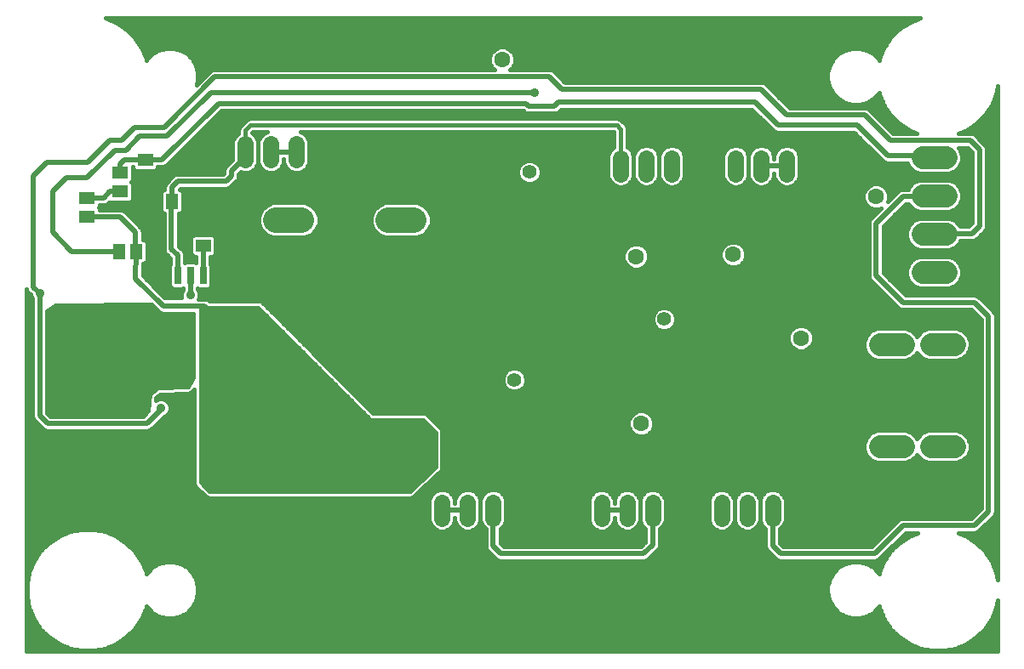
<source format=gtl>
G75*
%MOIN*%
%OFA0B0*%
%FSLAX24Y24*%
%IPPOS*%
%LPD*%
%AMOC8*
5,1,8,0,0,1.08239X$1,22.5*
%
%ADD10C,0.1000*%
%ADD11OC8,0.0630*%
%ADD12C,0.0630*%
%ADD13OC8,0.0600*%
%ADD14C,0.0550*%
%ADD15C,0.0900*%
%ADD16R,0.0512X0.0591*%
%ADD17R,0.0256X0.0689*%
%ADD18R,0.0591X0.0512*%
%ADD19R,0.0630X0.0512*%
%ADD20C,0.0630*%
%ADD21C,0.0160*%
%ADD22C,0.0360*%
%ADD23C,0.0200*%
D10*
X012430Y011200D02*
X013430Y011200D01*
X016830Y011200D02*
X017830Y011200D01*
X017830Y020060D02*
X016830Y020060D01*
X013430Y020060D02*
X012430Y020060D01*
D11*
X022290Y026350D03*
X027530Y018630D03*
X031330Y018710D03*
X032990Y016830D03*
X034530Y020980D03*
X026730Y013480D03*
D12*
X026730Y012080D03*
X032990Y015430D03*
X030330Y018710D03*
X026530Y018630D03*
X035930Y020980D03*
X021290Y026350D03*
D13*
X022360Y022740D03*
X028430Y016180D03*
X021766Y012994D03*
D14*
X021766Y013794D03*
X027630Y016180D03*
X022360Y021940D03*
D15*
X036080Y015180D02*
X036980Y015180D01*
X038080Y015180D02*
X038980Y015180D01*
X038980Y013180D02*
X038080Y013180D01*
X036980Y013180D02*
X036080Y013180D01*
X036080Y011180D02*
X036980Y011180D01*
X038080Y011180D02*
X038980Y011180D01*
X038980Y009180D02*
X038080Y009180D01*
X036980Y009180D02*
X036080Y009180D01*
X037752Y018006D02*
X038652Y018006D01*
X038652Y019506D02*
X037752Y019506D01*
X037752Y021006D02*
X038652Y021006D01*
X038652Y022506D02*
X037752Y022506D01*
X006980Y015080D02*
X006080Y015080D01*
X004980Y015080D02*
X004080Y015080D01*
X004080Y013080D02*
X004980Y013080D01*
X006080Y013080D02*
X006980Y013080D01*
X006980Y011080D02*
X006080Y011080D01*
X004980Y011080D02*
X004080Y011080D01*
X004080Y009080D02*
X004980Y009080D01*
X006080Y009080D02*
X006980Y009080D01*
D16*
X006945Y018825D03*
X006275Y018825D03*
X008346Y020790D03*
X009094Y020790D03*
D17*
X009080Y017885D03*
X008580Y017885D03*
X009580Y017885D03*
X010080Y017885D03*
X010080Y015680D03*
X009580Y015680D03*
X009080Y015680D03*
X008580Y015680D03*
D18*
X009580Y019056D03*
X009580Y019804D03*
D19*
X007310Y021676D03*
X007310Y022424D03*
X006320Y021924D03*
X006320Y021176D03*
X005030Y020934D03*
X005030Y020186D03*
D20*
X010230Y022415D02*
X010230Y023045D01*
X011230Y023045D02*
X011230Y022415D01*
X012230Y022415D02*
X012230Y023045D01*
X013230Y023045D02*
X013230Y022415D01*
X024930Y022495D02*
X024930Y021865D01*
X025930Y021865D02*
X025930Y022495D01*
X026930Y022495D02*
X026930Y021865D01*
X027930Y021865D02*
X027930Y022495D01*
X029430Y022495D02*
X029430Y021865D01*
X030430Y021865D02*
X030430Y022495D01*
X031430Y022495D02*
X031430Y021865D01*
X032430Y021865D02*
X032430Y022495D01*
X032880Y008995D02*
X032880Y008365D01*
X031880Y008365D02*
X031880Y008995D01*
X030880Y008995D02*
X030880Y008365D01*
X029880Y008365D02*
X029880Y008995D01*
X028180Y008995D02*
X028180Y008365D01*
X027180Y008365D02*
X027180Y008995D01*
X026180Y008995D02*
X026180Y008365D01*
X025180Y008365D02*
X025180Y008995D01*
X021930Y008995D02*
X021930Y008365D01*
X020930Y008365D02*
X020930Y008995D01*
X019930Y008995D02*
X019930Y008365D01*
X018930Y008365D02*
X018930Y008995D01*
D21*
X002660Y003160D02*
X002660Y017350D01*
X002693Y017271D01*
X002771Y017193D01*
X002820Y017144D01*
X002820Y017108D01*
X002875Y016976D01*
X002900Y016951D01*
X002900Y012324D01*
X002943Y012221D01*
X003021Y012143D01*
X003021Y012143D01*
X003243Y011921D01*
X003321Y011843D01*
X003424Y011800D01*
X007436Y011800D01*
X007539Y011843D01*
X007617Y011921D01*
X008026Y012330D01*
X008134Y012375D01*
X008235Y012476D01*
X008290Y012608D01*
X008290Y012752D01*
X008235Y012884D01*
X008134Y012985D01*
X008002Y013040D01*
X007858Y013040D01*
X007726Y012985D01*
X007722Y012981D01*
X007731Y013101D01*
X007879Y013224D01*
X008969Y013269D01*
X008999Y013266D01*
X009020Y013271D01*
X009042Y013272D01*
X009070Y013285D01*
X009098Y013293D01*
X009116Y013306D01*
X009136Y013316D01*
X009157Y013338D01*
X009180Y013356D01*
X009191Y013376D01*
X009206Y013392D01*
X009217Y013420D01*
X009220Y013426D01*
X009220Y009728D01*
X009260Y009633D01*
X009333Y009560D01*
X009683Y009210D01*
X009778Y009170D01*
X017676Y009170D01*
X017725Y009169D01*
X017728Y009170D01*
X017732Y009170D01*
X017776Y009188D01*
X017821Y009206D01*
X017824Y009208D01*
X017827Y009210D01*
X017861Y009244D01*
X018774Y010108D01*
X018777Y010110D01*
X018811Y010144D01*
X018846Y010177D01*
X018848Y010180D01*
X018900Y010233D01*
X018940Y010328D01*
X018940Y011782D01*
X018900Y011877D01*
X018827Y011950D01*
X018327Y012450D01*
X018232Y012490D01*
X016238Y012490D01*
X011877Y016850D01*
X011782Y016890D01*
X009816Y016890D01*
X009789Y016917D01*
X009686Y016960D01*
X009399Y016960D01*
X009440Y017058D01*
X009440Y017202D01*
X009385Y017334D01*
X009360Y017359D01*
X009360Y017378D01*
X009377Y017360D01*
X009783Y017360D01*
X009888Y017466D01*
X009888Y018304D01*
X009860Y018332D01*
X009860Y018620D01*
X009950Y018620D01*
X010055Y018726D01*
X010055Y019386D01*
X009950Y019492D01*
X009210Y019492D01*
X009105Y019386D01*
X009105Y018726D01*
X009210Y018620D01*
X009300Y018620D01*
X009300Y018392D01*
X009283Y018409D01*
X008877Y018409D01*
X008860Y018392D01*
X008860Y018736D01*
X008817Y018839D01*
X008620Y019036D01*
X008620Y020315D01*
X008676Y020315D01*
X008782Y020420D01*
X008782Y021160D01*
X008676Y021265D01*
X008661Y021265D01*
X008696Y021300D01*
X010536Y021300D01*
X010639Y021343D01*
X010839Y021543D01*
X010917Y021621D01*
X010960Y021724D01*
X010960Y021864D01*
X011050Y021954D01*
X011132Y021920D01*
X011328Y021920D01*
X011510Y021995D01*
X011650Y022135D01*
X011725Y022317D01*
X011725Y023143D01*
X011650Y023325D01*
X011510Y023465D01*
X011491Y023473D01*
X011538Y023520D01*
X012083Y023520D01*
X011950Y023465D01*
X011810Y023325D01*
X011735Y023143D01*
X011735Y022317D01*
X011810Y022135D01*
X011950Y021995D01*
X012132Y021920D01*
X012328Y021920D01*
X012510Y021995D01*
X012650Y022135D01*
X012725Y022317D01*
X012725Y022450D01*
X012735Y022450D01*
X012735Y022317D01*
X012810Y022135D01*
X012950Y021995D01*
X013132Y021920D01*
X013328Y021920D01*
X013510Y021995D01*
X013650Y022135D01*
X013725Y022317D01*
X013725Y023143D01*
X013650Y023325D01*
X013510Y023465D01*
X013377Y023520D01*
X025670Y023520D01*
X025670Y022923D01*
X025650Y022915D01*
X025510Y022775D01*
X025435Y022593D01*
X025435Y021767D01*
X025510Y021585D01*
X025650Y021445D01*
X025832Y021370D01*
X026028Y021370D01*
X026210Y021445D01*
X026350Y021585D01*
X026425Y021767D01*
X026425Y022593D01*
X026350Y022775D01*
X026210Y022915D01*
X026190Y022923D01*
X026190Y023682D01*
X026150Y023777D01*
X026077Y023850D01*
X025927Y024000D01*
X025832Y024040D01*
X011378Y024040D01*
X011283Y024000D01*
X011210Y023927D01*
X011083Y023800D01*
X011010Y023727D01*
X010970Y023632D01*
X010970Y023473D01*
X010950Y023465D01*
X010810Y023325D01*
X010735Y023143D01*
X010735Y022431D01*
X010443Y022139D01*
X010400Y022036D01*
X010400Y021896D01*
X010364Y021860D01*
X008524Y021860D01*
X008421Y021817D01*
X008343Y021739D01*
X008109Y021505D01*
X008066Y021402D01*
X008066Y021265D01*
X008016Y021265D01*
X007910Y021160D01*
X007910Y020420D01*
X008016Y020315D01*
X008060Y020315D01*
X008060Y018864D01*
X008103Y018761D01*
X008300Y018564D01*
X008300Y018332D01*
X008272Y018304D01*
X008272Y017466D01*
X008377Y017360D01*
X008783Y017360D01*
X008800Y017378D01*
X008800Y017359D01*
X008775Y017334D01*
X008720Y017202D01*
X008720Y017058D01*
X008728Y017038D01*
X008074Y017032D01*
X007221Y017885D01*
X007223Y018350D01*
X007275Y018350D01*
X007381Y018455D01*
X007381Y019195D01*
X007275Y019300D01*
X007210Y019300D01*
X007210Y019636D01*
X007167Y019739D01*
X007089Y019817D01*
X006483Y020423D01*
X006380Y020466D01*
X005525Y020466D01*
X005525Y020516D01*
X005481Y020560D01*
X005525Y020604D01*
X005525Y020650D01*
X005565Y020650D01*
X005620Y020650D01*
X005621Y020650D01*
X005736Y020650D01*
X005839Y020693D01*
X005908Y020762D01*
X005930Y020740D01*
X006710Y020740D01*
X006815Y020846D01*
X006815Y021506D01*
X006771Y021550D01*
X006815Y021594D01*
X006815Y022144D01*
X006815Y022094D01*
X006920Y021988D01*
X007700Y021988D01*
X007805Y022094D01*
X007805Y022144D01*
X008030Y022144D01*
X008133Y022187D01*
X010296Y024350D01*
X022114Y024350D01*
X022171Y024293D01*
X022274Y024250D01*
X023386Y024250D01*
X023489Y024293D01*
X023596Y024400D01*
X031064Y024400D01*
X031843Y023621D01*
X031921Y023543D01*
X032024Y023500D01*
X035064Y023500D01*
X036143Y022421D01*
X036221Y022343D01*
X036324Y022300D01*
X037156Y022300D01*
X037218Y022150D01*
X037396Y021972D01*
X037627Y021876D01*
X038778Y021876D01*
X039009Y021972D01*
X039187Y022150D01*
X039282Y022381D01*
X039282Y022632D01*
X039187Y022863D01*
X039150Y022900D01*
X039514Y022900D01*
X039700Y022714D01*
X039700Y019946D01*
X039564Y019810D01*
X039209Y019810D01*
X039187Y019863D01*
X039009Y020040D01*
X038778Y020136D01*
X037627Y020136D01*
X037396Y020040D01*
X037218Y019863D01*
X037122Y019632D01*
X037122Y019381D01*
X037218Y019150D01*
X037396Y018972D01*
X037627Y018876D01*
X038778Y018876D01*
X039009Y018972D01*
X039187Y019150D01*
X039228Y019250D01*
X039736Y019250D01*
X039839Y019293D01*
X039917Y019371D01*
X040217Y019671D01*
X040260Y019774D01*
X040260Y022886D01*
X040217Y022989D01*
X040139Y023067D01*
X039789Y023417D01*
X039686Y023460D01*
X039173Y023460D01*
X039477Y023586D01*
X039867Y023846D01*
X040199Y024178D01*
X040459Y024568D01*
X040639Y025001D01*
X040700Y025310D01*
X040700Y005940D01*
X040639Y006249D01*
X040459Y006682D01*
X040199Y007072D01*
X039867Y007404D01*
X039477Y007664D01*
X039149Y007800D01*
X039836Y007800D01*
X039939Y007843D01*
X040489Y008393D01*
X040567Y008471D01*
X040610Y008574D01*
X040610Y016336D01*
X040567Y016439D01*
X040017Y016989D01*
X039939Y017067D01*
X039836Y017110D01*
X037096Y017110D01*
X036210Y017996D01*
X036210Y019814D01*
X037096Y020700D01*
X037197Y020700D01*
X037218Y020650D01*
X037396Y020472D01*
X037627Y020376D01*
X038778Y020376D01*
X039009Y020472D01*
X039187Y020650D01*
X039282Y020881D01*
X039282Y021132D01*
X039187Y021363D01*
X039009Y021540D01*
X038778Y021636D01*
X037627Y021636D01*
X037396Y021540D01*
X037218Y021363D01*
X037176Y021260D01*
X036924Y021260D01*
X036821Y021217D01*
X036743Y021139D01*
X036382Y020778D01*
X036425Y020882D01*
X036425Y021078D01*
X036350Y021260D01*
X036210Y021400D01*
X036028Y021475D01*
X035832Y021475D01*
X035650Y021400D01*
X035510Y021260D01*
X035435Y021078D01*
X035435Y020882D01*
X035510Y020700D01*
X035650Y020560D01*
X035832Y020485D01*
X036028Y020485D01*
X036132Y020528D01*
X035693Y020089D01*
X035650Y019986D01*
X035650Y017824D01*
X035693Y017721D01*
X035771Y017643D01*
X036821Y016593D01*
X036924Y016550D01*
X039664Y016550D01*
X040050Y016164D01*
X040050Y008746D01*
X039664Y008360D01*
X036924Y008360D01*
X036821Y008317D01*
X036743Y008239D01*
X035764Y007260D01*
X032296Y007260D01*
X032160Y007396D01*
X032160Y007945D01*
X032160Y007945D01*
X032300Y008085D01*
X032375Y008267D01*
X032375Y009093D01*
X032300Y009275D01*
X032160Y009415D01*
X031978Y009490D01*
X031782Y009490D01*
X031600Y009415D01*
X031460Y009275D01*
X031385Y009093D01*
X031385Y008267D01*
X031460Y008085D01*
X031600Y007945D01*
X031600Y007224D01*
X031643Y007121D01*
X031943Y006821D01*
X032021Y006743D01*
X032124Y006700D01*
X035936Y006700D01*
X036039Y006743D01*
X037096Y007800D01*
X037551Y007800D01*
X037223Y007664D01*
X036833Y007404D01*
X036501Y007072D01*
X036241Y006682D01*
X036061Y006249D01*
X036050Y006190D01*
X036024Y006233D01*
X035818Y006439D01*
X035567Y006585D01*
X035285Y006660D01*
X034995Y006660D01*
X034713Y006585D01*
X034462Y006439D01*
X034256Y006233D01*
X034110Y005982D01*
X034035Y005700D01*
X034035Y005410D01*
X034110Y005128D01*
X034256Y004877D01*
X034462Y004671D01*
X034713Y004525D01*
X034995Y004450D01*
X035285Y004450D01*
X035567Y004525D01*
X035818Y004671D01*
X036024Y004877D01*
X036050Y004920D01*
X036061Y004861D01*
X036241Y004428D01*
X036501Y004038D01*
X036833Y003706D01*
X037223Y003446D01*
X037656Y003266D01*
X038116Y003175D01*
X038584Y003175D01*
X039044Y003266D01*
X039477Y003446D01*
X039867Y003706D01*
X040199Y004038D01*
X040459Y004428D01*
X040639Y004861D01*
X040700Y005170D01*
X040700Y003160D01*
X002660Y003160D01*
X002660Y003314D02*
X004246Y003314D01*
X004361Y003266D02*
X004821Y003175D01*
X005289Y003175D01*
X005749Y003266D01*
X006182Y003446D01*
X006572Y003706D01*
X006904Y004038D01*
X007164Y004428D01*
X007344Y004861D01*
X007355Y004920D01*
X007381Y004877D01*
X007587Y004671D01*
X007838Y004525D01*
X008120Y004450D01*
X008410Y004450D01*
X008692Y004525D01*
X008943Y004671D01*
X009149Y004877D01*
X009295Y005128D01*
X009370Y005410D01*
X009370Y005700D01*
X009295Y005982D01*
X009149Y006233D01*
X008943Y006439D01*
X008692Y006585D01*
X008410Y006660D01*
X008120Y006660D01*
X007838Y006585D01*
X007587Y006439D01*
X007381Y006233D01*
X007355Y006190D01*
X007344Y006249D01*
X007164Y006682D01*
X006904Y007072D01*
X006572Y007404D01*
X006182Y007664D01*
X005749Y007844D01*
X005289Y007935D01*
X004821Y007935D01*
X004361Y007844D01*
X003928Y007664D01*
X003538Y007404D01*
X003206Y007072D01*
X002946Y006682D01*
X002766Y006249D01*
X002675Y005789D01*
X002675Y005321D01*
X002766Y004861D01*
X002946Y004428D01*
X003206Y004038D01*
X003538Y003706D01*
X003928Y003446D01*
X004361Y003266D01*
X003888Y003473D02*
X002660Y003473D01*
X002660Y003631D02*
X003651Y003631D01*
X003455Y003790D02*
X002660Y003790D01*
X002660Y003948D02*
X003296Y003948D01*
X003160Y004107D02*
X002660Y004107D01*
X002660Y004265D02*
X003055Y004265D01*
X002949Y004424D02*
X002660Y004424D01*
X002660Y004582D02*
X002882Y004582D01*
X002816Y004741D02*
X002660Y004741D01*
X002660Y004899D02*
X002759Y004899D01*
X002727Y005058D02*
X002660Y005058D01*
X002660Y005216D02*
X002696Y005216D01*
X002675Y005375D02*
X002660Y005375D01*
X002660Y005533D02*
X002675Y005533D01*
X002660Y005692D02*
X002675Y005692D01*
X002660Y005850D02*
X002687Y005850D01*
X002660Y006009D02*
X002719Y006009D01*
X002750Y006167D02*
X002660Y006167D01*
X002660Y006326D02*
X002798Y006326D01*
X002864Y006484D02*
X002660Y006484D01*
X002660Y006643D02*
X002929Y006643D01*
X003025Y006801D02*
X002660Y006801D01*
X002660Y006960D02*
X003131Y006960D01*
X003252Y007118D02*
X002660Y007118D01*
X002660Y007277D02*
X003411Y007277D01*
X003585Y007435D02*
X002660Y007435D01*
X002660Y007594D02*
X003822Y007594D01*
X004140Y007752D02*
X002660Y007752D01*
X002660Y007911D02*
X004697Y007911D01*
X005413Y007911D02*
X018734Y007911D01*
X018650Y007945D02*
X018832Y007870D01*
X019028Y007870D01*
X019210Y007945D01*
X019350Y008085D01*
X019425Y008267D01*
X019425Y008400D01*
X019435Y008400D01*
X019435Y008267D01*
X019510Y008085D01*
X019650Y007945D01*
X019832Y007870D01*
X020028Y007870D01*
X020210Y007945D01*
X020350Y008085D01*
X020425Y008267D01*
X020425Y009093D01*
X020350Y009275D01*
X020210Y009415D01*
X020028Y009490D01*
X019832Y009490D01*
X019650Y009415D01*
X019510Y009275D01*
X019435Y009093D01*
X019435Y008960D01*
X019425Y008960D01*
X019425Y009093D01*
X019350Y009275D01*
X019210Y009415D01*
X019028Y009490D01*
X018832Y009490D01*
X018650Y009415D01*
X018510Y009275D01*
X018435Y009093D01*
X018435Y008267D01*
X018510Y008085D01*
X018650Y007945D01*
X018526Y008069D02*
X002660Y008069D01*
X002660Y008228D02*
X018451Y008228D01*
X018435Y008386D02*
X002660Y008386D01*
X002660Y008545D02*
X018435Y008545D01*
X018435Y008703D02*
X002660Y008703D01*
X002660Y008862D02*
X018435Y008862D01*
X018435Y009020D02*
X002660Y009020D01*
X002660Y009179D02*
X009758Y009179D01*
X009555Y009337D02*
X002660Y009337D01*
X002660Y009496D02*
X009397Y009496D01*
X009251Y009654D02*
X002660Y009654D01*
X002660Y009813D02*
X009220Y009813D01*
X009220Y009971D02*
X002660Y009971D01*
X002660Y010130D02*
X009220Y010130D01*
X009220Y010288D02*
X002660Y010288D01*
X002660Y010447D02*
X009220Y010447D01*
X009220Y010605D02*
X002660Y010605D01*
X002660Y010764D02*
X009220Y010764D01*
X009220Y010922D02*
X002660Y010922D01*
X002660Y011081D02*
X009220Y011081D01*
X009220Y011239D02*
X002660Y011239D01*
X002660Y011398D02*
X009220Y011398D01*
X009220Y011556D02*
X002660Y011556D01*
X002660Y011715D02*
X009220Y011715D01*
X009220Y011873D02*
X007569Y011873D01*
X007727Y012032D02*
X009220Y012032D01*
X009220Y012190D02*
X007886Y012190D01*
X008070Y012349D02*
X009220Y012349D01*
X009220Y012507D02*
X008248Y012507D01*
X008290Y012666D02*
X009220Y012666D01*
X009220Y012824D02*
X008260Y012824D01*
X008137Y012983D02*
X009220Y012983D01*
X009220Y013141D02*
X007779Y013141D01*
X007722Y012983D02*
X007723Y012983D01*
X007461Y012983D02*
X003460Y012983D01*
X003460Y013141D02*
X007473Y013141D01*
X007480Y013230D02*
X007430Y012580D01*
X007237Y012360D01*
X003596Y012360D01*
X003460Y012496D01*
X003460Y016490D01*
X003780Y016730D01*
X007547Y016767D01*
X007793Y016521D01*
X007871Y016443D01*
X007974Y016400D01*
X009180Y016400D01*
X009180Y013880D01*
X008980Y013530D01*
X007780Y013480D01*
X007480Y013230D01*
X007563Y013300D02*
X003460Y013300D01*
X003460Y013458D02*
X007754Y013458D01*
X007449Y012824D02*
X003460Y012824D01*
X003460Y012666D02*
X007437Y012666D01*
X007366Y012507D02*
X003460Y012507D01*
X002900Y012507D02*
X002660Y012507D01*
X002660Y012349D02*
X002900Y012349D01*
X002974Y012190D02*
X002660Y012190D01*
X002660Y012032D02*
X003133Y012032D01*
X003243Y011921D02*
X003243Y011921D01*
X003291Y011873D02*
X002660Y011873D01*
X002660Y012666D02*
X002900Y012666D01*
X002900Y012824D02*
X002660Y012824D01*
X002660Y012983D02*
X002900Y012983D01*
X002900Y013141D02*
X002660Y013141D01*
X002660Y013300D02*
X002900Y013300D01*
X002900Y013458D02*
X002660Y013458D01*
X002660Y013617D02*
X002900Y013617D01*
X002900Y013775D02*
X002660Y013775D01*
X002660Y013934D02*
X002900Y013934D01*
X002900Y014092D02*
X002660Y014092D01*
X002660Y014251D02*
X002900Y014251D01*
X002900Y014409D02*
X002660Y014409D01*
X002660Y014568D02*
X002900Y014568D01*
X002900Y014726D02*
X002660Y014726D01*
X002660Y014885D02*
X002900Y014885D01*
X002900Y015043D02*
X002660Y015043D01*
X002660Y015202D02*
X002900Y015202D01*
X002900Y015360D02*
X002660Y015360D01*
X002660Y015519D02*
X002900Y015519D01*
X002900Y015677D02*
X002660Y015677D01*
X002660Y015836D02*
X002900Y015836D01*
X002900Y015994D02*
X002660Y015994D01*
X002660Y016153D02*
X002900Y016153D01*
X002900Y016311D02*
X002660Y016311D01*
X002660Y016470D02*
X002900Y016470D01*
X002900Y016628D02*
X002660Y016628D01*
X002660Y016787D02*
X002900Y016787D01*
X002900Y016945D02*
X002660Y016945D01*
X002660Y017104D02*
X002822Y017104D01*
X002702Y017262D02*
X002660Y017262D01*
X003460Y016470D02*
X007844Y016470D01*
X007686Y016628D02*
X003644Y016628D01*
X003460Y016311D02*
X009180Y016311D01*
X009180Y016153D02*
X003460Y016153D01*
X003460Y015994D02*
X009180Y015994D01*
X009180Y015836D02*
X003460Y015836D01*
X003460Y015677D02*
X009180Y015677D01*
X009180Y015519D02*
X003460Y015519D01*
X003460Y015360D02*
X009180Y015360D01*
X009180Y015202D02*
X003460Y015202D01*
X003460Y015043D02*
X009180Y015043D01*
X009180Y014885D02*
X003460Y014885D01*
X003460Y014726D02*
X009180Y014726D01*
X009180Y014568D02*
X003460Y014568D01*
X003460Y014409D02*
X009180Y014409D01*
X009180Y014251D02*
X003460Y014251D01*
X003460Y014092D02*
X009180Y014092D01*
X009180Y013934D02*
X003460Y013934D01*
X003460Y013775D02*
X009120Y013775D01*
X009029Y013617D02*
X003460Y013617D01*
X008002Y017104D02*
X008720Y017104D01*
X008745Y017262D02*
X007844Y017262D01*
X007685Y017421D02*
X008317Y017421D01*
X008272Y017579D02*
X007527Y017579D01*
X007368Y017738D02*
X008272Y017738D01*
X008272Y017896D02*
X007221Y017896D01*
X007221Y018055D02*
X008272Y018055D01*
X008272Y018213D02*
X007222Y018213D01*
X007297Y018372D02*
X008300Y018372D01*
X008300Y018530D02*
X007381Y018530D01*
X007381Y018689D02*
X008175Y018689D01*
X008067Y018847D02*
X007381Y018847D01*
X007381Y019006D02*
X008060Y019006D01*
X008060Y019164D02*
X007381Y019164D01*
X007210Y019323D02*
X008060Y019323D01*
X008060Y019481D02*
X007210Y019481D01*
X007208Y019640D02*
X008060Y019640D01*
X008060Y019798D02*
X007108Y019798D01*
X006949Y019957D02*
X008060Y019957D01*
X008060Y020115D02*
X006791Y020115D01*
X006632Y020274D02*
X008060Y020274D01*
X007910Y020432D02*
X006462Y020432D01*
X006718Y020749D02*
X007910Y020749D01*
X007910Y020591D02*
X005512Y020591D01*
X005895Y020749D02*
X005922Y020749D01*
X006815Y020908D02*
X007910Y020908D01*
X007910Y021066D02*
X006815Y021066D01*
X006815Y021225D02*
X007975Y021225D01*
X008066Y021383D02*
X006815Y021383D01*
X006780Y021542D02*
X008146Y021542D01*
X008304Y021700D02*
X006815Y021700D01*
X006815Y021859D02*
X008521Y021859D01*
X008106Y022176D02*
X010480Y022176D01*
X010400Y022017D02*
X007728Y022017D01*
X008280Y022334D02*
X010638Y022334D01*
X010735Y022493D02*
X008439Y022493D01*
X008597Y022651D02*
X010735Y022651D01*
X010735Y022810D02*
X008756Y022810D01*
X008914Y022968D02*
X010735Y022968D01*
X010735Y023127D02*
X009073Y023127D01*
X009231Y023285D02*
X010794Y023285D01*
X010928Y023444D02*
X009390Y023444D01*
X009548Y023602D02*
X010970Y023602D01*
X011043Y023761D02*
X009707Y023761D01*
X009865Y023919D02*
X011201Y023919D01*
X011210Y023927D02*
X011210Y023927D01*
X011083Y023800D02*
X011083Y023800D01*
X011230Y023580D02*
X011430Y023780D01*
X025780Y023780D01*
X025930Y023630D01*
X025930Y022180D01*
X026425Y022176D02*
X026435Y022176D01*
X026425Y022334D02*
X026435Y022334D01*
X026425Y022493D02*
X026435Y022493D01*
X026435Y022593D02*
X026435Y021767D01*
X026510Y021585D01*
X026650Y021445D01*
X026832Y021370D01*
X027028Y021370D01*
X027210Y021445D01*
X027350Y021585D01*
X027425Y021767D01*
X027425Y022593D01*
X027350Y022775D01*
X027210Y022915D01*
X027028Y022990D01*
X026832Y022990D01*
X026650Y022915D01*
X026510Y022775D01*
X026435Y022593D01*
X026459Y022651D02*
X026401Y022651D01*
X026316Y022810D02*
X026544Y022810D01*
X026779Y022968D02*
X026190Y022968D01*
X026190Y023127D02*
X035437Y023127D01*
X035279Y023285D02*
X026190Y023285D01*
X026190Y023444D02*
X035120Y023444D01*
X035596Y022968D02*
X032581Y022968D01*
X032528Y022990D02*
X032332Y022990D01*
X032150Y022915D01*
X032010Y022775D01*
X031935Y022593D01*
X031935Y022460D01*
X031925Y022460D01*
X031925Y022593D01*
X031850Y022775D01*
X031710Y022915D01*
X031528Y022990D01*
X031332Y022990D01*
X031150Y022915D01*
X031010Y022775D01*
X030935Y022593D01*
X030935Y021767D01*
X031010Y021585D01*
X031150Y021445D01*
X031332Y021370D01*
X031528Y021370D01*
X031710Y021445D01*
X031850Y021585D01*
X031925Y021767D01*
X031925Y021900D01*
X031935Y021900D01*
X031935Y021767D01*
X032010Y021585D01*
X032150Y021445D01*
X032332Y021370D01*
X032528Y021370D01*
X032710Y021445D01*
X032850Y021585D01*
X032925Y021767D01*
X032925Y022593D01*
X032850Y022775D01*
X032710Y022915D01*
X032528Y022990D01*
X032279Y022968D02*
X031581Y022968D01*
X031816Y022810D02*
X032044Y022810D01*
X031959Y022651D02*
X031901Y022651D01*
X031925Y022493D02*
X031935Y022493D01*
X031044Y022810D02*
X030816Y022810D01*
X030850Y022775D02*
X030710Y022915D01*
X030528Y022990D01*
X030332Y022990D01*
X030150Y022915D01*
X030010Y022775D01*
X029935Y022593D01*
X029935Y021767D01*
X030010Y021585D01*
X030150Y021445D01*
X030332Y021370D01*
X030528Y021370D01*
X030710Y021445D01*
X030850Y021585D01*
X030925Y021767D01*
X030925Y022593D01*
X030850Y022775D01*
X030901Y022651D02*
X030959Y022651D01*
X030935Y022493D02*
X030925Y022493D01*
X030925Y022334D02*
X030935Y022334D01*
X030925Y022176D02*
X030935Y022176D01*
X030925Y022017D02*
X030935Y022017D01*
X030925Y021859D02*
X030935Y021859D01*
X030963Y021700D02*
X030897Y021700D01*
X030807Y021542D02*
X031053Y021542D01*
X031300Y021383D02*
X030560Y021383D01*
X030300Y021383D02*
X028060Y021383D01*
X028028Y021370D02*
X028210Y021445D01*
X028350Y021585D01*
X028425Y021767D01*
X028425Y022593D01*
X028350Y022775D01*
X028210Y022915D01*
X028028Y022990D01*
X027832Y022990D01*
X027650Y022915D01*
X027510Y022775D01*
X027435Y022593D01*
X027435Y021767D01*
X027510Y021585D01*
X027650Y021445D01*
X027832Y021370D01*
X028028Y021370D01*
X027800Y021383D02*
X027060Y021383D01*
X026800Y021383D02*
X026060Y021383D01*
X025800Y021383D02*
X010679Y021383D01*
X010838Y021542D02*
X022133Y021542D01*
X022102Y021554D02*
X022269Y021485D01*
X022451Y021485D01*
X022618Y021554D01*
X022746Y021682D01*
X022815Y021849D01*
X022815Y022031D01*
X022746Y022198D01*
X022618Y022326D01*
X022451Y022395D01*
X022269Y022395D01*
X022102Y022326D01*
X021974Y022198D01*
X021905Y022031D01*
X021905Y021849D01*
X021974Y021682D01*
X022102Y021554D01*
X021967Y021700D02*
X010950Y021700D01*
X010960Y021859D02*
X021905Y021859D01*
X021905Y022017D02*
X013532Y022017D01*
X013667Y022176D02*
X021965Y022176D01*
X022122Y022334D02*
X013725Y022334D01*
X013725Y022493D02*
X025435Y022493D01*
X025435Y022334D02*
X022598Y022334D01*
X022755Y022176D02*
X025435Y022176D01*
X025435Y022017D02*
X022815Y022017D01*
X022815Y021859D02*
X025435Y021859D01*
X025463Y021700D02*
X022753Y021700D01*
X022587Y021542D02*
X025553Y021542D01*
X026307Y021542D02*
X026553Y021542D01*
X026463Y021700D02*
X026397Y021700D01*
X026425Y021859D02*
X026435Y021859D01*
X026425Y022017D02*
X026435Y022017D01*
X027425Y022017D02*
X027435Y022017D01*
X027425Y021859D02*
X027435Y021859D01*
X027463Y021700D02*
X027397Y021700D01*
X027307Y021542D02*
X027553Y021542D01*
X028307Y021542D02*
X030053Y021542D01*
X029963Y021700D02*
X028397Y021700D01*
X028425Y021859D02*
X029935Y021859D01*
X029935Y022017D02*
X028425Y022017D01*
X028425Y022176D02*
X029935Y022176D01*
X029935Y022334D02*
X028425Y022334D01*
X028425Y022493D02*
X029935Y022493D01*
X029959Y022651D02*
X028401Y022651D01*
X028316Y022810D02*
X030044Y022810D01*
X030279Y022968D02*
X028081Y022968D01*
X027779Y022968D02*
X027081Y022968D01*
X027316Y022810D02*
X027544Y022810D01*
X027459Y022651D02*
X027401Y022651D01*
X027425Y022493D02*
X027435Y022493D01*
X027425Y022334D02*
X027435Y022334D01*
X027425Y022176D02*
X027435Y022176D01*
X025670Y022968D02*
X013725Y022968D01*
X013725Y022810D02*
X025544Y022810D01*
X025459Y022651D02*
X013725Y022651D01*
X013725Y023127D02*
X025670Y023127D01*
X025670Y023285D02*
X013666Y023285D01*
X013532Y023444D02*
X025670Y023444D01*
X026190Y023602D02*
X031862Y023602D01*
X031703Y023761D02*
X026157Y023761D01*
X026077Y023850D02*
X026077Y023850D01*
X026009Y023919D02*
X031545Y023919D01*
X031386Y024078D02*
X010024Y024078D01*
X010182Y024236D02*
X031228Y024236D01*
X031069Y024395D02*
X023591Y024395D01*
X023746Y025460D02*
X023367Y025839D01*
X023289Y025917D01*
X023186Y025960D01*
X021600Y025960D01*
X021710Y026070D01*
X021785Y026252D01*
X021785Y026448D01*
X021710Y026630D01*
X021570Y026770D01*
X021388Y026845D01*
X021192Y026845D01*
X021010Y026770D01*
X020870Y026630D01*
X020795Y026448D01*
X020795Y026252D01*
X020870Y026070D01*
X020980Y025960D01*
X009984Y025960D01*
X009881Y025917D01*
X009317Y025353D01*
X009370Y025550D01*
X009370Y025840D01*
X009295Y026122D01*
X009149Y026373D01*
X008943Y026579D01*
X008692Y026725D01*
X008410Y026800D01*
X008120Y026800D01*
X007838Y026725D01*
X007587Y026579D01*
X007381Y026373D01*
X007355Y026330D01*
X007344Y026389D01*
X007164Y026822D01*
X006904Y027212D01*
X006572Y027544D01*
X006182Y027804D01*
X005758Y027980D01*
X037647Y027980D01*
X037223Y027804D01*
X036833Y027544D01*
X036501Y027212D01*
X036241Y026822D01*
X036061Y026389D01*
X036050Y026330D01*
X036024Y026373D01*
X035818Y026579D01*
X035567Y026725D01*
X035285Y026800D01*
X034995Y026800D01*
X034713Y026725D01*
X034462Y026579D01*
X034256Y026373D01*
X034110Y026122D01*
X034035Y025840D01*
X034035Y025550D01*
X034110Y025268D01*
X034256Y025017D01*
X034462Y024811D01*
X034713Y024665D01*
X034995Y024590D01*
X035285Y024590D01*
X035567Y024665D01*
X035818Y024811D01*
X036024Y025017D01*
X036050Y025060D01*
X036061Y025001D01*
X036241Y024568D01*
X036501Y024178D01*
X036833Y023846D01*
X037223Y023586D01*
X037527Y023460D01*
X036596Y023460D01*
X035639Y024417D01*
X035536Y024460D01*
X032546Y024460D01*
X031667Y025339D01*
X031589Y025417D01*
X031486Y025460D01*
X023746Y025460D01*
X023702Y025504D02*
X034047Y025504D01*
X034035Y025663D02*
X023543Y025663D01*
X023385Y025821D02*
X034035Y025821D01*
X034072Y025980D02*
X021620Y025980D01*
X021738Y026138D02*
X034120Y026138D01*
X034211Y026297D02*
X021785Y026297D01*
X021782Y026455D02*
X034337Y026455D01*
X034521Y026614D02*
X021717Y026614D01*
X021565Y026772D02*
X034890Y026772D01*
X035390Y026772D02*
X036220Y026772D01*
X036154Y026614D02*
X035759Y026614D01*
X035943Y026455D02*
X036089Y026455D01*
X036313Y026931D02*
X007092Y026931D01*
X007185Y026772D02*
X008015Y026772D01*
X007646Y026614D02*
X007251Y026614D01*
X007316Y026455D02*
X007462Y026455D01*
X006986Y027089D02*
X036419Y027089D01*
X036537Y027248D02*
X006868Y027248D01*
X006710Y027406D02*
X036695Y027406D01*
X036864Y027565D02*
X006541Y027565D01*
X006304Y027723D02*
X037101Y027723D01*
X037410Y027882D02*
X005995Y027882D01*
X008515Y026772D02*
X021015Y026772D01*
X020863Y026614D02*
X008884Y026614D01*
X009068Y026455D02*
X020798Y026455D01*
X020795Y026297D02*
X009194Y026297D01*
X009285Y026138D02*
X020842Y026138D01*
X020960Y025980D02*
X009333Y025980D01*
X009370Y025821D02*
X009785Y025821D01*
X009627Y025663D02*
X009370Y025663D01*
X009358Y025504D02*
X009468Y025504D01*
X011230Y023580D02*
X011230Y022730D01*
X011725Y022651D02*
X011735Y022651D01*
X011725Y022493D02*
X011735Y022493D01*
X011725Y022334D02*
X011735Y022334D01*
X011793Y022176D02*
X011667Y022176D01*
X011532Y022017D02*
X011928Y022017D01*
X012532Y022017D02*
X012928Y022017D01*
X012793Y022176D02*
X012667Y022176D01*
X012725Y022334D02*
X012735Y022334D01*
X011735Y022810D02*
X011725Y022810D01*
X011725Y022968D02*
X011735Y022968D01*
X011725Y023127D02*
X011735Y023127D01*
X011794Y023285D02*
X011666Y023285D01*
X011532Y023444D02*
X011928Y023444D01*
X008717Y021225D02*
X035496Y021225D01*
X035435Y021066D02*
X008782Y021066D01*
X008782Y020908D02*
X035435Y020908D01*
X035490Y020749D02*
X008782Y020749D01*
X008782Y020591D02*
X011999Y020591D01*
X012045Y020636D02*
X011854Y020445D01*
X011750Y020195D01*
X011750Y019925D01*
X011854Y019675D01*
X012045Y019484D01*
X012295Y019380D01*
X013565Y019380D01*
X013815Y019484D01*
X014006Y019675D01*
X014110Y019925D01*
X014110Y020195D01*
X014006Y020445D01*
X013815Y020636D01*
X013565Y020740D01*
X012295Y020740D01*
X012045Y020636D01*
X011848Y020432D02*
X008782Y020432D01*
X008620Y020274D02*
X011782Y020274D01*
X011750Y020115D02*
X008620Y020115D01*
X008620Y019957D02*
X011750Y019957D01*
X011802Y019798D02*
X008620Y019798D01*
X008620Y019640D02*
X011889Y019640D01*
X012051Y019481D02*
X009961Y019481D01*
X010055Y019323D02*
X035650Y019323D01*
X035650Y019481D02*
X018209Y019481D01*
X018215Y019484D02*
X018406Y019675D01*
X018510Y019925D01*
X018510Y020195D01*
X018406Y020445D01*
X018215Y020636D01*
X017965Y020740D01*
X016695Y020740D01*
X016445Y020636D01*
X016254Y020445D01*
X016150Y020195D01*
X016150Y019925D01*
X016254Y019675D01*
X016445Y019484D01*
X016695Y019380D01*
X017965Y019380D01*
X018215Y019484D01*
X018371Y019640D02*
X035650Y019640D01*
X035650Y019798D02*
X018458Y019798D01*
X018510Y019957D02*
X035650Y019957D01*
X035719Y020115D02*
X018510Y020115D01*
X018478Y020274D02*
X035878Y020274D01*
X036036Y020432D02*
X018412Y020432D01*
X018261Y020591D02*
X035619Y020591D01*
X036425Y020908D02*
X036512Y020908D01*
X036425Y021066D02*
X036670Y021066D01*
X036839Y021225D02*
X036364Y021225D01*
X036227Y021383D02*
X037238Y021383D01*
X037398Y021542D02*
X032807Y021542D01*
X032897Y021700D02*
X039700Y021700D01*
X039700Y021542D02*
X039007Y021542D01*
X039167Y021383D02*
X039700Y021383D01*
X039700Y021225D02*
X039244Y021225D01*
X039282Y021066D02*
X039700Y021066D01*
X039700Y020908D02*
X039282Y020908D01*
X039228Y020749D02*
X039700Y020749D01*
X039700Y020591D02*
X039128Y020591D01*
X038912Y020432D02*
X039700Y020432D01*
X039700Y020274D02*
X036670Y020274D01*
X036828Y020432D02*
X037493Y020432D01*
X037277Y020591D02*
X036987Y020591D01*
X036511Y020115D02*
X037576Y020115D01*
X037312Y019957D02*
X036353Y019957D01*
X036210Y019798D02*
X037191Y019798D01*
X037126Y019640D02*
X036210Y019640D01*
X036210Y019481D02*
X037122Y019481D01*
X037147Y019323D02*
X036210Y019323D01*
X036210Y019164D02*
X037212Y019164D01*
X037362Y019006D02*
X036210Y019006D01*
X036210Y018847D02*
X040700Y018847D01*
X040700Y018689D02*
X036210Y018689D01*
X036210Y018530D02*
X037385Y018530D01*
X037396Y018540D02*
X037218Y018363D01*
X037122Y018132D01*
X037122Y017881D01*
X037218Y017650D01*
X037396Y017472D01*
X037627Y017376D01*
X038778Y017376D01*
X039009Y017472D01*
X039187Y017650D01*
X039282Y017881D01*
X039282Y018132D01*
X039187Y018363D01*
X039009Y018540D01*
X038778Y018636D01*
X037627Y018636D01*
X037396Y018540D01*
X037227Y018372D02*
X036210Y018372D01*
X036210Y018213D02*
X037156Y018213D01*
X037122Y018055D02*
X036210Y018055D01*
X036310Y017896D02*
X037122Y017896D01*
X037182Y017738D02*
X036468Y017738D01*
X036627Y017579D02*
X037289Y017579D01*
X037521Y017421D02*
X036785Y017421D01*
X036944Y017262D02*
X040700Y017262D01*
X040700Y017104D02*
X039851Y017104D01*
X040061Y016945D02*
X040700Y016945D01*
X040700Y016787D02*
X040219Y016787D01*
X040378Y016628D02*
X040700Y016628D01*
X040700Y016470D02*
X040536Y016470D01*
X040610Y016311D02*
X040700Y016311D01*
X040700Y016153D02*
X040610Y016153D01*
X040610Y015994D02*
X040700Y015994D01*
X040700Y015836D02*
X040610Y015836D01*
X040610Y015677D02*
X040700Y015677D01*
X040700Y015519D02*
X040610Y015519D01*
X040610Y015360D02*
X040700Y015360D01*
X040700Y015202D02*
X040610Y015202D01*
X040610Y015043D02*
X040700Y015043D01*
X040700Y014885D02*
X040610Y014885D01*
X040610Y014726D02*
X040700Y014726D01*
X040700Y014568D02*
X040610Y014568D01*
X040610Y014409D02*
X040700Y014409D01*
X040700Y014251D02*
X040610Y014251D01*
X040610Y014092D02*
X040700Y014092D01*
X040700Y013934D02*
X040610Y013934D01*
X040610Y013775D02*
X040700Y013775D01*
X040700Y013617D02*
X040610Y013617D01*
X040610Y013458D02*
X040700Y013458D01*
X040700Y013300D02*
X040610Y013300D01*
X040610Y013141D02*
X040700Y013141D01*
X040700Y012983D02*
X040610Y012983D01*
X040610Y012824D02*
X040700Y012824D01*
X040700Y012666D02*
X040610Y012666D01*
X040610Y012507D02*
X040700Y012507D01*
X040700Y012349D02*
X040610Y012349D01*
X040610Y012190D02*
X040700Y012190D01*
X040700Y012032D02*
X040610Y012032D01*
X040610Y011873D02*
X040700Y011873D01*
X040700Y011715D02*
X040610Y011715D01*
X040610Y011556D02*
X040700Y011556D01*
X040700Y011398D02*
X040610Y011398D01*
X040610Y011239D02*
X040700Y011239D01*
X040700Y011081D02*
X040610Y011081D01*
X040610Y010922D02*
X040700Y010922D01*
X040700Y010764D02*
X040610Y010764D01*
X040610Y010605D02*
X040700Y010605D01*
X040700Y010447D02*
X040610Y010447D01*
X040610Y010288D02*
X040700Y010288D01*
X040700Y010130D02*
X040610Y010130D01*
X040610Y009971D02*
X040700Y009971D01*
X040700Y009813D02*
X040610Y009813D01*
X040610Y009654D02*
X040700Y009654D01*
X040700Y009496D02*
X040610Y009496D01*
X040610Y009337D02*
X040700Y009337D01*
X040700Y009179D02*
X040610Y009179D01*
X040610Y009020D02*
X040700Y009020D01*
X040700Y008862D02*
X040610Y008862D01*
X040610Y008703D02*
X040700Y008703D01*
X040700Y008545D02*
X040598Y008545D01*
X040700Y008386D02*
X040482Y008386D01*
X040323Y008228D02*
X040700Y008228D01*
X040700Y008069D02*
X040165Y008069D01*
X040006Y007911D02*
X040700Y007911D01*
X040700Y007752D02*
X039265Y007752D01*
X039583Y007594D02*
X040700Y007594D01*
X040700Y007435D02*
X039820Y007435D01*
X039994Y007277D02*
X040700Y007277D01*
X040700Y007118D02*
X040153Y007118D01*
X040274Y006960D02*
X040700Y006960D01*
X040700Y006801D02*
X040380Y006801D01*
X040476Y006643D02*
X040700Y006643D01*
X040700Y006484D02*
X040541Y006484D01*
X040607Y006326D02*
X040700Y006326D01*
X040700Y006167D02*
X040655Y006167D01*
X040686Y006009D02*
X040700Y006009D01*
X040678Y005058D02*
X040700Y005058D01*
X040700Y004899D02*
X040646Y004899D01*
X040700Y004741D02*
X040589Y004741D01*
X040523Y004582D02*
X040700Y004582D01*
X040700Y004424D02*
X040456Y004424D01*
X040350Y004265D02*
X040700Y004265D01*
X040700Y004107D02*
X040245Y004107D01*
X040109Y003948D02*
X040700Y003948D01*
X040700Y003790D02*
X039950Y003790D01*
X039754Y003631D02*
X040700Y003631D01*
X040700Y003473D02*
X039517Y003473D01*
X039159Y003314D02*
X040700Y003314D01*
X037541Y003314D02*
X005864Y003314D01*
X006222Y003473D02*
X037183Y003473D01*
X036946Y003631D02*
X006459Y003631D01*
X006655Y003790D02*
X036750Y003790D01*
X036591Y003948D02*
X006814Y003948D01*
X006950Y004107D02*
X036455Y004107D01*
X036350Y004265D02*
X007055Y004265D01*
X007161Y004424D02*
X036244Y004424D01*
X036177Y004582D02*
X035665Y004582D01*
X035888Y004741D02*
X036111Y004741D01*
X036054Y004899D02*
X036037Y004899D01*
X034615Y004582D02*
X008790Y004582D01*
X009013Y004741D02*
X034392Y004741D01*
X034243Y004899D02*
X009162Y004899D01*
X009254Y005058D02*
X034151Y005058D01*
X034087Y005216D02*
X009318Y005216D01*
X009361Y005375D02*
X034044Y005375D01*
X034035Y005533D02*
X009370Y005533D01*
X009370Y005692D02*
X034035Y005692D01*
X034075Y005850D02*
X009330Y005850D01*
X009279Y006009D02*
X034126Y006009D01*
X034217Y006167D02*
X009188Y006167D01*
X009057Y006326D02*
X034348Y006326D01*
X034539Y006484D02*
X008866Y006484D01*
X008476Y006643D02*
X034929Y006643D01*
X035351Y006643D02*
X036224Y006643D01*
X036159Y006484D02*
X035741Y006484D01*
X035932Y006326D02*
X036093Y006326D01*
X036097Y006801D02*
X036320Y006801D01*
X036255Y006960D02*
X036426Y006960D01*
X036414Y007118D02*
X036547Y007118D01*
X036572Y007277D02*
X036706Y007277D01*
X036731Y007435D02*
X036880Y007435D01*
X036889Y007594D02*
X037117Y007594D01*
X037048Y007752D02*
X037435Y007752D01*
X036732Y008228D02*
X032359Y008228D01*
X032375Y008386D02*
X039690Y008386D01*
X039849Y008545D02*
X032375Y008545D01*
X032375Y008703D02*
X040007Y008703D01*
X040050Y008862D02*
X032375Y008862D01*
X032375Y009020D02*
X040050Y009020D01*
X040050Y009179D02*
X032340Y009179D01*
X032238Y009337D02*
X040050Y009337D01*
X040050Y009496D02*
X018127Y009496D01*
X018295Y009654D02*
X040050Y009654D01*
X040050Y009813D02*
X018462Y009813D01*
X018629Y009971D02*
X040050Y009971D01*
X040050Y010130D02*
X018797Y010130D01*
X018923Y010288D02*
X040050Y010288D01*
X040050Y010447D02*
X018940Y010447D01*
X018940Y010605D02*
X035822Y010605D01*
X035723Y010646D02*
X035955Y010550D01*
X037105Y010550D01*
X037337Y010646D01*
X037514Y010823D01*
X037530Y010862D01*
X037546Y010823D01*
X037723Y010646D01*
X037955Y010550D01*
X039105Y010550D01*
X039337Y010646D01*
X039514Y010823D01*
X039610Y011055D01*
X039610Y011305D01*
X039514Y011537D01*
X039337Y011714D01*
X039105Y011810D01*
X037955Y011810D01*
X037723Y011714D01*
X037546Y011537D01*
X037530Y011498D01*
X037514Y011537D01*
X037337Y011714D01*
X037105Y011810D01*
X035955Y011810D01*
X035723Y011714D01*
X035546Y011537D01*
X035450Y011305D01*
X035450Y011055D01*
X035546Y010823D01*
X035723Y010646D01*
X035606Y010764D02*
X018940Y010764D01*
X018940Y010922D02*
X035505Y010922D01*
X035450Y011081D02*
X018940Y011081D01*
X018940Y011239D02*
X035450Y011239D01*
X035488Y011398D02*
X018940Y011398D01*
X018940Y011556D02*
X035565Y011556D01*
X035724Y011715D02*
X027065Y011715D01*
X027010Y011660D02*
X027150Y011800D01*
X027225Y011982D01*
X027225Y012178D01*
X027150Y012360D01*
X027010Y012500D01*
X026828Y012575D01*
X026632Y012575D01*
X026450Y012500D01*
X026310Y012360D01*
X026235Y012178D01*
X026235Y011982D01*
X026310Y011800D01*
X026450Y011660D01*
X026632Y011585D01*
X026828Y011585D01*
X027010Y011660D01*
X027180Y011873D02*
X040050Y011873D01*
X040050Y011715D02*
X039336Y011715D01*
X039495Y011556D02*
X040050Y011556D01*
X040050Y011398D02*
X039572Y011398D01*
X039610Y011239D02*
X040050Y011239D01*
X040050Y011081D02*
X039610Y011081D01*
X039555Y010922D02*
X040050Y010922D01*
X040050Y010764D02*
X039454Y010764D01*
X039238Y010605D02*
X040050Y010605D01*
X040050Y012032D02*
X027225Y012032D01*
X027220Y012190D02*
X040050Y012190D01*
X040050Y012349D02*
X027155Y012349D01*
X026993Y012507D02*
X040050Y012507D01*
X040050Y012666D02*
X016062Y012666D01*
X015904Y012824D02*
X040050Y012824D01*
X040050Y012983D02*
X015745Y012983D01*
X015587Y013141D02*
X040050Y013141D01*
X040050Y013300D02*
X015428Y013300D01*
X015270Y013458D02*
X021458Y013458D01*
X021508Y013408D02*
X021675Y013339D01*
X021856Y013339D01*
X022023Y013408D01*
X022151Y013536D01*
X022221Y013704D01*
X022221Y013885D01*
X022151Y014052D01*
X022023Y014180D01*
X021856Y014249D01*
X021675Y014249D01*
X021508Y014180D01*
X021380Y014052D01*
X021311Y013885D01*
X021311Y013704D01*
X021380Y013536D01*
X021508Y013408D01*
X021347Y013617D02*
X015111Y013617D01*
X014953Y013775D02*
X021311Y013775D01*
X021331Y013934D02*
X014794Y013934D01*
X014636Y014092D02*
X021420Y014092D01*
X022111Y014092D02*
X040050Y014092D01*
X040050Y013934D02*
X022200Y013934D01*
X022221Y013775D02*
X040050Y013775D01*
X040050Y013617D02*
X022185Y013617D01*
X022073Y013458D02*
X040050Y013458D01*
X040050Y014251D02*
X014477Y014251D01*
X014319Y014409D02*
X040050Y014409D01*
X040050Y014568D02*
X039148Y014568D01*
X039105Y014550D02*
X039337Y014646D01*
X039514Y014823D01*
X039610Y015055D01*
X039610Y015305D01*
X039514Y015537D01*
X039337Y015714D01*
X039105Y015810D01*
X037955Y015810D01*
X037723Y015714D01*
X037546Y015537D01*
X037530Y015498D01*
X037514Y015537D01*
X037337Y015714D01*
X037105Y015810D01*
X035955Y015810D01*
X035723Y015714D01*
X035546Y015537D01*
X035450Y015305D01*
X035450Y015055D01*
X035546Y014823D01*
X035723Y014646D01*
X035955Y014550D01*
X037105Y014550D01*
X037337Y014646D01*
X037514Y014823D01*
X037530Y014862D01*
X037546Y014823D01*
X037723Y014646D01*
X037955Y014550D01*
X039105Y014550D01*
X039417Y014726D02*
X040050Y014726D01*
X040050Y014885D02*
X039540Y014885D01*
X039605Y015043D02*
X040050Y015043D01*
X040050Y015202D02*
X039610Y015202D01*
X039587Y015360D02*
X040050Y015360D01*
X040050Y015519D02*
X039522Y015519D01*
X039374Y015677D02*
X040050Y015677D01*
X040050Y015836D02*
X033285Y015836D01*
X033270Y015850D02*
X033088Y015925D01*
X032892Y015925D01*
X032710Y015850D01*
X032570Y015710D01*
X032495Y015528D01*
X032495Y015332D01*
X032570Y015150D01*
X032710Y015010D01*
X032892Y014935D01*
X033088Y014935D01*
X033270Y015010D01*
X033410Y015150D01*
X033485Y015332D01*
X033485Y015528D01*
X033410Y015710D01*
X033270Y015850D01*
X033423Y015677D02*
X035686Y015677D01*
X035538Y015519D02*
X033485Y015519D01*
X033485Y015360D02*
X035473Y015360D01*
X035450Y015202D02*
X033431Y015202D01*
X033303Y015043D02*
X035455Y015043D01*
X035520Y014885D02*
X013843Y014885D01*
X013685Y015043D02*
X032677Y015043D01*
X032549Y015202D02*
X013526Y015202D01*
X013368Y015360D02*
X032495Y015360D01*
X032495Y015519D02*
X013209Y015519D01*
X013051Y015677D02*
X032557Y015677D01*
X032695Y015836D02*
X027929Y015836D01*
X027888Y015794D02*
X028016Y015922D01*
X028085Y016089D01*
X028085Y016271D01*
X028016Y016438D01*
X027888Y016566D01*
X027721Y016635D01*
X027539Y016635D01*
X027372Y016566D01*
X027244Y016438D01*
X027175Y016271D01*
X027175Y016089D01*
X027244Y015922D01*
X027372Y015794D01*
X027539Y015725D01*
X027721Y015725D01*
X027888Y015794D01*
X028045Y015994D02*
X040050Y015994D01*
X040050Y016153D02*
X028085Y016153D01*
X028068Y016311D02*
X039903Y016311D01*
X039744Y016470D02*
X027984Y016470D01*
X027737Y016628D02*
X036786Y016628D01*
X036627Y016787D02*
X011941Y016787D01*
X012100Y016628D02*
X027523Y016628D01*
X027276Y016470D02*
X012258Y016470D01*
X012417Y016311D02*
X027192Y016311D01*
X027175Y016153D02*
X012575Y016153D01*
X012734Y015994D02*
X027215Y015994D01*
X027331Y015836D02*
X012892Y015836D01*
X012683Y015677D02*
X009480Y015677D01*
X009480Y015519D02*
X012841Y015519D01*
X013000Y015360D02*
X009480Y015360D01*
X009480Y015202D02*
X013158Y015202D01*
X013317Y015043D02*
X009480Y015043D01*
X009480Y014885D02*
X013475Y014885D01*
X013634Y014726D02*
X009480Y014726D01*
X009480Y014568D02*
X013792Y014568D01*
X013951Y014409D02*
X009480Y014409D01*
X009480Y014251D02*
X014109Y014251D01*
X014268Y014092D02*
X009480Y014092D01*
X009480Y013934D02*
X014426Y013934D01*
X014585Y013775D02*
X009480Y013775D01*
X009480Y013617D02*
X014743Y013617D01*
X014902Y013458D02*
X009480Y013458D01*
X009480Y013300D02*
X015060Y013300D01*
X015219Y013141D02*
X009480Y013141D01*
X009480Y012983D02*
X015377Y012983D01*
X015536Y012824D02*
X009480Y012824D01*
X009480Y012666D02*
X015694Y012666D01*
X015853Y012507D02*
X009480Y012507D01*
X009480Y012349D02*
X016011Y012349D01*
X016130Y012230D02*
X018180Y012230D01*
X018680Y011730D01*
X018680Y010380D01*
X018630Y010330D01*
X017680Y009430D01*
X009830Y009430D01*
X009480Y009780D01*
X009480Y016630D01*
X011730Y016630D01*
X016130Y012230D01*
X016221Y012507D02*
X026467Y012507D01*
X026305Y012349D02*
X018429Y012349D01*
X018588Y012190D02*
X026240Y012190D01*
X026235Y012032D02*
X018746Y012032D01*
X018902Y011873D02*
X026280Y011873D01*
X026395Y011715D02*
X018940Y011715D01*
X018680Y011715D02*
X009480Y011715D01*
X009480Y011873D02*
X018537Y011873D01*
X018378Y012032D02*
X009480Y012032D01*
X009480Y012190D02*
X018220Y012190D01*
X018680Y011556D02*
X009480Y011556D01*
X009480Y011398D02*
X018680Y011398D01*
X018680Y011239D02*
X009480Y011239D01*
X009480Y011081D02*
X018680Y011081D01*
X018680Y010922D02*
X009480Y010922D01*
X009480Y010764D02*
X018680Y010764D01*
X018680Y010605D02*
X009480Y010605D01*
X009480Y010447D02*
X018680Y010447D01*
X018586Y010288D02*
X009480Y010288D01*
X009480Y010130D02*
X018418Y010130D01*
X018251Y009971D02*
X009480Y009971D01*
X009480Y009813D02*
X018084Y009813D01*
X017916Y009654D02*
X009606Y009654D01*
X009764Y009496D02*
X017749Y009496D01*
X017960Y009337D02*
X018572Y009337D01*
X018470Y009179D02*
X017752Y009179D01*
X019288Y009337D02*
X019572Y009337D01*
X019470Y009179D02*
X019390Y009179D01*
X019425Y009020D02*
X019435Y009020D01*
X019425Y008386D02*
X019435Y008386D01*
X019451Y008228D02*
X019409Y008228D01*
X019334Y008069D02*
X019526Y008069D01*
X019734Y007911D02*
X019126Y007911D01*
X020126Y007911D02*
X020650Y007911D01*
X020650Y007945D02*
X020650Y007224D01*
X020693Y007121D01*
X020993Y006821D01*
X021071Y006743D01*
X021174Y006700D01*
X026886Y006700D01*
X026989Y006743D01*
X027339Y007093D01*
X027417Y007171D01*
X027460Y007274D01*
X027460Y007945D01*
X027460Y007945D01*
X027600Y008085D01*
X027675Y008267D01*
X027675Y009093D01*
X027600Y009275D01*
X027460Y009415D01*
X027278Y009490D01*
X027082Y009490D01*
X026900Y009415D01*
X026760Y009275D01*
X026685Y009093D01*
X026685Y008267D01*
X026760Y008085D01*
X026900Y007945D01*
X026900Y007446D01*
X026714Y007260D01*
X021346Y007260D01*
X021210Y007396D01*
X021210Y007945D01*
X021210Y007945D01*
X021350Y008085D01*
X021425Y008267D01*
X021425Y009093D01*
X021350Y009275D01*
X021210Y009415D01*
X021028Y009490D01*
X020832Y009490D01*
X020650Y009415D01*
X020510Y009275D01*
X020435Y009093D01*
X020435Y008267D01*
X020510Y008085D01*
X020650Y007945D01*
X020650Y007945D01*
X020526Y008069D02*
X020334Y008069D01*
X020409Y008228D02*
X020451Y008228D01*
X020435Y008386D02*
X020425Y008386D01*
X020425Y008545D02*
X020435Y008545D01*
X020425Y008703D02*
X020435Y008703D01*
X020425Y008862D02*
X020435Y008862D01*
X020425Y009020D02*
X020435Y009020D01*
X020470Y009179D02*
X020390Y009179D01*
X020288Y009337D02*
X020572Y009337D01*
X021288Y009337D02*
X024822Y009337D01*
X024760Y009275D02*
X024685Y009093D01*
X024685Y008267D01*
X024760Y008085D01*
X024900Y007945D01*
X025082Y007870D01*
X025278Y007870D01*
X025460Y007945D01*
X025600Y008085D01*
X025675Y008267D01*
X025675Y008400D01*
X025685Y008400D01*
X025685Y008267D01*
X025760Y008085D01*
X025900Y007945D01*
X026082Y007870D01*
X026278Y007870D01*
X026460Y007945D01*
X026600Y008085D01*
X026675Y008267D01*
X026675Y009093D01*
X026600Y009275D01*
X026460Y009415D01*
X026278Y009490D01*
X026082Y009490D01*
X025900Y009415D01*
X025760Y009275D01*
X025685Y009093D01*
X025685Y008960D01*
X025675Y008960D01*
X025675Y009093D01*
X025600Y009275D01*
X025460Y009415D01*
X025278Y009490D01*
X025082Y009490D01*
X024900Y009415D01*
X024760Y009275D01*
X024720Y009179D02*
X021390Y009179D01*
X021425Y009020D02*
X024685Y009020D01*
X024685Y008862D02*
X021425Y008862D01*
X021425Y008703D02*
X024685Y008703D01*
X024685Y008545D02*
X021425Y008545D01*
X021425Y008386D02*
X024685Y008386D01*
X024701Y008228D02*
X021409Y008228D01*
X021334Y008069D02*
X024776Y008069D01*
X024984Y007911D02*
X021210Y007911D01*
X021210Y007752D02*
X026900Y007752D01*
X026900Y007594D02*
X021210Y007594D01*
X021210Y007435D02*
X026889Y007435D01*
X026731Y007277D02*
X021329Y007277D01*
X020855Y006960D02*
X006979Y006960D01*
X007085Y006801D02*
X021013Y006801D01*
X020696Y007118D02*
X006858Y007118D01*
X006699Y007277D02*
X020650Y007277D01*
X020650Y007435D02*
X006525Y007435D01*
X006288Y007594D02*
X020650Y007594D01*
X020650Y007752D02*
X005970Y007752D01*
X007181Y006643D02*
X008054Y006643D01*
X007664Y006484D02*
X007246Y006484D01*
X007312Y006326D02*
X007473Y006326D01*
X007368Y004899D02*
X007351Y004899D01*
X007294Y004741D02*
X007517Y004741D01*
X007740Y004582D02*
X007228Y004582D01*
X009107Y013300D02*
X009220Y013300D01*
X009480Y015836D02*
X012524Y015836D01*
X012366Y015994D02*
X009480Y015994D01*
X009480Y016153D02*
X012207Y016153D01*
X012049Y016311D02*
X009480Y016311D01*
X009480Y016470D02*
X011890Y016470D01*
X011732Y016628D02*
X009480Y016628D01*
X009722Y016945D02*
X036469Y016945D01*
X036310Y017104D02*
X009440Y017104D01*
X009415Y017262D02*
X036152Y017262D01*
X035993Y017421D02*
X009843Y017421D01*
X009888Y017579D02*
X035835Y017579D01*
X035686Y017738D02*
X009888Y017738D01*
X009888Y017896D02*
X035650Y017896D01*
X035650Y018055D02*
X009888Y018055D01*
X009888Y018213D02*
X026247Y018213D01*
X026250Y018210D02*
X026432Y018135D01*
X026628Y018135D01*
X026810Y018210D01*
X026950Y018350D01*
X027025Y018532D01*
X027025Y018728D01*
X026950Y018910D01*
X026810Y019050D01*
X026628Y019125D01*
X026432Y019125D01*
X026250Y019050D01*
X026110Y018910D01*
X026035Y018728D01*
X026035Y018532D01*
X026110Y018350D01*
X026250Y018210D01*
X026101Y018372D02*
X009860Y018372D01*
X009860Y018530D02*
X026036Y018530D01*
X026035Y018689D02*
X010018Y018689D01*
X010055Y018847D02*
X026084Y018847D01*
X026205Y019006D02*
X010055Y019006D01*
X010055Y019164D02*
X030133Y019164D01*
X030050Y019130D02*
X029910Y018990D01*
X029835Y018808D01*
X029835Y018612D01*
X029910Y018430D01*
X030050Y018290D01*
X030232Y018215D01*
X030428Y018215D01*
X030610Y018290D01*
X030750Y018430D01*
X030825Y018612D01*
X030825Y018808D01*
X030750Y018990D01*
X030610Y019130D01*
X030428Y019205D01*
X030232Y019205D01*
X030050Y019130D01*
X029925Y019006D02*
X026855Y019006D01*
X026976Y018847D02*
X029851Y018847D01*
X029835Y018689D02*
X027025Y018689D01*
X027024Y018530D02*
X029869Y018530D01*
X029968Y018372D02*
X026959Y018372D01*
X026813Y018213D02*
X035650Y018213D01*
X035650Y018372D02*
X030692Y018372D01*
X030791Y018530D02*
X035650Y018530D01*
X035650Y018689D02*
X030825Y018689D01*
X030809Y018847D02*
X035650Y018847D01*
X035650Y019006D02*
X030735Y019006D01*
X030527Y019164D02*
X035650Y019164D01*
X035633Y021383D02*
X032560Y021383D01*
X032300Y021383D02*
X031560Y021383D01*
X031807Y021542D02*
X032053Y021542D01*
X031963Y021700D02*
X031897Y021700D01*
X031925Y021859D02*
X031935Y021859D01*
X032925Y021859D02*
X039700Y021859D01*
X039700Y022017D02*
X039054Y022017D01*
X039197Y022176D02*
X039700Y022176D01*
X039700Y022334D02*
X039263Y022334D01*
X039282Y022493D02*
X039700Y022493D01*
X039700Y022651D02*
X039274Y022651D01*
X039209Y022810D02*
X039604Y022810D01*
X040079Y023127D02*
X040700Y023127D01*
X040700Y023285D02*
X039921Y023285D01*
X039725Y023444D02*
X040700Y023444D01*
X040700Y023602D02*
X039502Y023602D01*
X039739Y023761D02*
X040700Y023761D01*
X040700Y023919D02*
X039940Y023919D01*
X040098Y024078D02*
X040700Y024078D01*
X040700Y024236D02*
X040238Y024236D01*
X040343Y024395D02*
X040700Y024395D01*
X040700Y024553D02*
X040449Y024553D01*
X040519Y024712D02*
X040700Y024712D01*
X040700Y024870D02*
X040584Y024870D01*
X040644Y025029D02*
X040700Y025029D01*
X040700Y025187D02*
X040676Y025187D01*
X040700Y022968D02*
X040226Y022968D01*
X040260Y022810D02*
X040700Y022810D01*
X040700Y022651D02*
X040260Y022651D01*
X040260Y022493D02*
X040700Y022493D01*
X040700Y022334D02*
X040260Y022334D01*
X040260Y022176D02*
X040700Y022176D01*
X040700Y022017D02*
X040260Y022017D01*
X040260Y021859D02*
X040700Y021859D01*
X040700Y021700D02*
X040260Y021700D01*
X040260Y021542D02*
X040700Y021542D01*
X040700Y021383D02*
X040260Y021383D01*
X040260Y021225D02*
X040700Y021225D01*
X040700Y021066D02*
X040260Y021066D01*
X040260Y020908D02*
X040700Y020908D01*
X040700Y020749D02*
X040260Y020749D01*
X040260Y020591D02*
X040700Y020591D01*
X040700Y020432D02*
X040260Y020432D01*
X040260Y020274D02*
X040700Y020274D01*
X040700Y020115D02*
X040260Y020115D01*
X040260Y019957D02*
X040700Y019957D01*
X040700Y019798D02*
X040260Y019798D01*
X040186Y019640D02*
X040700Y019640D01*
X040700Y019481D02*
X040027Y019481D01*
X039869Y019323D02*
X040700Y019323D01*
X040700Y019164D02*
X039193Y019164D01*
X039043Y019006D02*
X040700Y019006D01*
X040700Y018530D02*
X039020Y018530D01*
X039178Y018372D02*
X040700Y018372D01*
X040700Y018213D02*
X039249Y018213D01*
X039282Y018055D02*
X040700Y018055D01*
X040700Y017896D02*
X039282Y017896D01*
X039223Y017738D02*
X040700Y017738D01*
X040700Y017579D02*
X039116Y017579D01*
X038884Y017421D02*
X040700Y017421D01*
X037686Y015677D02*
X037374Y015677D01*
X037522Y015519D02*
X037538Y015519D01*
X037643Y014726D02*
X037417Y014726D01*
X037148Y014568D02*
X037912Y014568D01*
X035912Y014568D02*
X014160Y014568D01*
X014002Y014726D02*
X035643Y014726D01*
X037336Y011715D02*
X037724Y011715D01*
X037565Y011556D02*
X037495Y011556D01*
X037454Y010764D02*
X037606Y010764D01*
X037822Y010605D02*
X037238Y010605D01*
X036573Y008069D02*
X032284Y008069D01*
X032160Y007911D02*
X036415Y007911D01*
X036256Y007752D02*
X032160Y007752D01*
X032160Y007594D02*
X036098Y007594D01*
X035939Y007435D02*
X032160Y007435D01*
X032279Y007277D02*
X035781Y007277D01*
X031963Y006801D02*
X027047Y006801D01*
X027205Y006960D02*
X031805Y006960D01*
X031646Y007118D02*
X027364Y007118D01*
X027460Y007277D02*
X031600Y007277D01*
X031600Y007435D02*
X027460Y007435D01*
X027460Y007594D02*
X031600Y007594D01*
X031600Y007752D02*
X027460Y007752D01*
X027460Y007911D02*
X029684Y007911D01*
X029600Y007945D02*
X029782Y007870D01*
X029978Y007870D01*
X030160Y007945D01*
X030300Y008085D01*
X030375Y008267D01*
X030375Y009093D01*
X030300Y009275D01*
X030160Y009415D01*
X029978Y009490D01*
X029782Y009490D01*
X029600Y009415D01*
X029460Y009275D01*
X029385Y009093D01*
X029385Y008267D01*
X029460Y008085D01*
X029600Y007945D01*
X029476Y008069D02*
X027584Y008069D01*
X027659Y008228D02*
X029401Y008228D01*
X029385Y008386D02*
X027675Y008386D01*
X027675Y008545D02*
X029385Y008545D01*
X029385Y008703D02*
X027675Y008703D01*
X027675Y008862D02*
X029385Y008862D01*
X029385Y009020D02*
X027675Y009020D01*
X027640Y009179D02*
X029420Y009179D01*
X029522Y009337D02*
X027538Y009337D01*
X026822Y009337D02*
X026538Y009337D01*
X026640Y009179D02*
X026720Y009179D01*
X026685Y009020D02*
X026675Y009020D01*
X026675Y008862D02*
X026685Y008862D01*
X026675Y008703D02*
X026685Y008703D01*
X026675Y008545D02*
X026685Y008545D01*
X026675Y008386D02*
X026685Y008386D01*
X026701Y008228D02*
X026659Y008228D01*
X026584Y008069D02*
X026776Y008069D01*
X026900Y007945D02*
X026900Y007945D01*
X026900Y007911D02*
X026376Y007911D01*
X025984Y007911D02*
X025376Y007911D01*
X025584Y008069D02*
X025776Y008069D01*
X025701Y008228D02*
X025659Y008228D01*
X025675Y008386D02*
X025685Y008386D01*
X025675Y009020D02*
X025685Y009020D01*
X025720Y009179D02*
X025640Y009179D01*
X025538Y009337D02*
X025822Y009337D01*
X030076Y007911D02*
X030684Y007911D01*
X030600Y007945D02*
X030782Y007870D01*
X030978Y007870D01*
X031160Y007945D01*
X031300Y008085D01*
X031375Y008267D01*
X031375Y009093D01*
X031300Y009275D01*
X031160Y009415D01*
X030978Y009490D01*
X030782Y009490D01*
X030600Y009415D01*
X030460Y009275D01*
X030385Y009093D01*
X030385Y008267D01*
X030460Y008085D01*
X030600Y007945D01*
X030476Y008069D02*
X030284Y008069D01*
X030359Y008228D02*
X030401Y008228D01*
X030385Y008386D02*
X030375Y008386D01*
X030375Y008545D02*
X030385Y008545D01*
X030375Y008703D02*
X030385Y008703D01*
X030375Y008862D02*
X030385Y008862D01*
X030375Y009020D02*
X030385Y009020D01*
X030420Y009179D02*
X030340Y009179D01*
X030238Y009337D02*
X030522Y009337D01*
X031238Y009337D02*
X031522Y009337D01*
X031420Y009179D02*
X031340Y009179D01*
X031375Y009020D02*
X031385Y009020D01*
X031375Y008862D02*
X031385Y008862D01*
X031375Y008703D02*
X031385Y008703D01*
X031375Y008545D02*
X031385Y008545D01*
X031375Y008386D02*
X031385Y008386D01*
X031401Y008228D02*
X031359Y008228D01*
X031284Y008069D02*
X031476Y008069D01*
X031600Y007945D02*
X031600Y007945D01*
X031600Y007911D02*
X031076Y007911D01*
X016451Y019481D02*
X013809Y019481D01*
X013971Y019640D02*
X016289Y019640D01*
X016202Y019798D02*
X014058Y019798D01*
X014110Y019957D02*
X016150Y019957D01*
X016150Y020115D02*
X014110Y020115D01*
X014078Y020274D02*
X016182Y020274D01*
X016248Y020432D02*
X014012Y020432D01*
X013861Y020591D02*
X016399Y020591D01*
X009199Y019481D02*
X008620Y019481D01*
X008620Y019323D02*
X009105Y019323D01*
X009105Y019164D02*
X008620Y019164D01*
X008650Y019006D02*
X009105Y019006D01*
X009105Y018847D02*
X008809Y018847D01*
X008860Y018689D02*
X009142Y018689D01*
X009300Y018530D02*
X008860Y018530D01*
X006892Y022017D02*
X006815Y022017D01*
X006815Y022144D02*
X006815Y022144D01*
X023367Y025839D02*
X023367Y025839D01*
X030581Y022968D02*
X031279Y022968D01*
X032816Y022810D02*
X035754Y022810D01*
X035913Y022651D02*
X032901Y022651D01*
X032925Y022493D02*
X036071Y022493D01*
X036242Y022334D02*
X032925Y022334D01*
X032925Y022176D02*
X037208Y022176D01*
X037351Y022017D02*
X032925Y022017D01*
X035978Y024078D02*
X036602Y024078D01*
X036462Y024236D02*
X035820Y024236D01*
X035661Y024395D02*
X036357Y024395D01*
X036251Y024553D02*
X032453Y024553D01*
X032294Y024712D02*
X034633Y024712D01*
X034402Y024870D02*
X032136Y024870D01*
X031977Y025029D02*
X034249Y025029D01*
X034157Y025187D02*
X031819Y025187D01*
X031660Y025346D02*
X034090Y025346D01*
X035647Y024712D02*
X036181Y024712D01*
X036116Y024870D02*
X035878Y024870D01*
X036031Y025029D02*
X036056Y025029D01*
X036137Y023919D02*
X036760Y023919D01*
X036961Y023761D02*
X036295Y023761D01*
X036454Y023602D02*
X037198Y023602D01*
X038829Y020115D02*
X039700Y020115D01*
X039700Y019957D02*
X039093Y019957D01*
D22*
X022570Y025070D03*
X009080Y017130D03*
X003180Y017180D03*
X007930Y012680D03*
D23*
X007930Y012630D01*
X007380Y012080D01*
X003480Y012080D01*
X003180Y012380D01*
X003180Y017180D01*
X002930Y017430D01*
X002930Y021800D01*
X003450Y022320D01*
X005070Y022320D01*
X005930Y023180D01*
X006380Y023180D01*
X006890Y023690D01*
X008050Y023690D01*
X010040Y025680D01*
X023130Y025680D01*
X023630Y025180D01*
X031430Y025180D01*
X032430Y024180D01*
X035480Y024180D01*
X036480Y023180D01*
X039630Y023180D01*
X039980Y022830D01*
X039980Y019830D01*
X039680Y019530D01*
X038226Y019530D01*
X038202Y019506D01*
X038176Y020980D02*
X036980Y020980D01*
X035930Y019930D01*
X035930Y017880D01*
X036980Y016830D01*
X039780Y016830D01*
X040330Y016280D01*
X040330Y008630D01*
X039780Y008080D01*
X036980Y008080D01*
X035880Y006980D01*
X032180Y006980D01*
X031880Y007280D01*
X031880Y008680D01*
X027180Y008680D02*
X027180Y007330D01*
X026830Y006980D01*
X021230Y006980D01*
X020930Y007280D01*
X020930Y008680D01*
X019930Y008680D02*
X018930Y008680D01*
X025180Y008680D02*
X026180Y008680D01*
X010080Y015680D02*
X010030Y015730D01*
X010030Y016280D01*
X009630Y016680D01*
X008030Y016680D01*
X006940Y017770D01*
X006945Y018825D01*
X006930Y018840D01*
X006930Y019580D01*
X006324Y020186D01*
X005030Y020186D01*
X005030Y020934D02*
X005566Y020930D01*
X005680Y020930D01*
X005930Y021180D01*
X006320Y021176D01*
X006320Y021924D02*
X006320Y022250D01*
X006494Y022424D01*
X007310Y022424D01*
X007974Y022424D01*
X010180Y024630D01*
X022230Y024630D01*
X022330Y024530D01*
X023330Y024530D01*
X023480Y024680D01*
X031180Y024680D01*
X032080Y023780D01*
X035180Y023780D01*
X036380Y022580D01*
X038129Y022580D01*
X038202Y022506D01*
X038202Y021006D02*
X038176Y020980D01*
X032430Y022180D02*
X031430Y022180D01*
X022570Y025070D02*
X009880Y025070D01*
X008170Y023360D01*
X008170Y023350D01*
X007100Y023350D01*
X006550Y022800D01*
X006120Y022800D01*
X005030Y021710D01*
X004210Y021710D01*
X003680Y021180D01*
X003680Y019580D01*
X004435Y018825D01*
X006275Y018825D01*
X008340Y018920D02*
X008580Y018680D01*
X008580Y017885D01*
X009080Y017885D02*
X009080Y017130D01*
X009580Y017885D02*
X009580Y019056D01*
X008340Y018920D02*
X008340Y020784D01*
X008346Y020790D01*
X008346Y021346D01*
X008580Y021580D01*
X010480Y021580D01*
X010680Y021780D01*
X010680Y021980D01*
X011080Y022380D01*
X011080Y022580D01*
X011230Y022730D01*
X011180Y022680D01*
X012230Y022730D02*
X013230Y022730D01*
M02*

</source>
